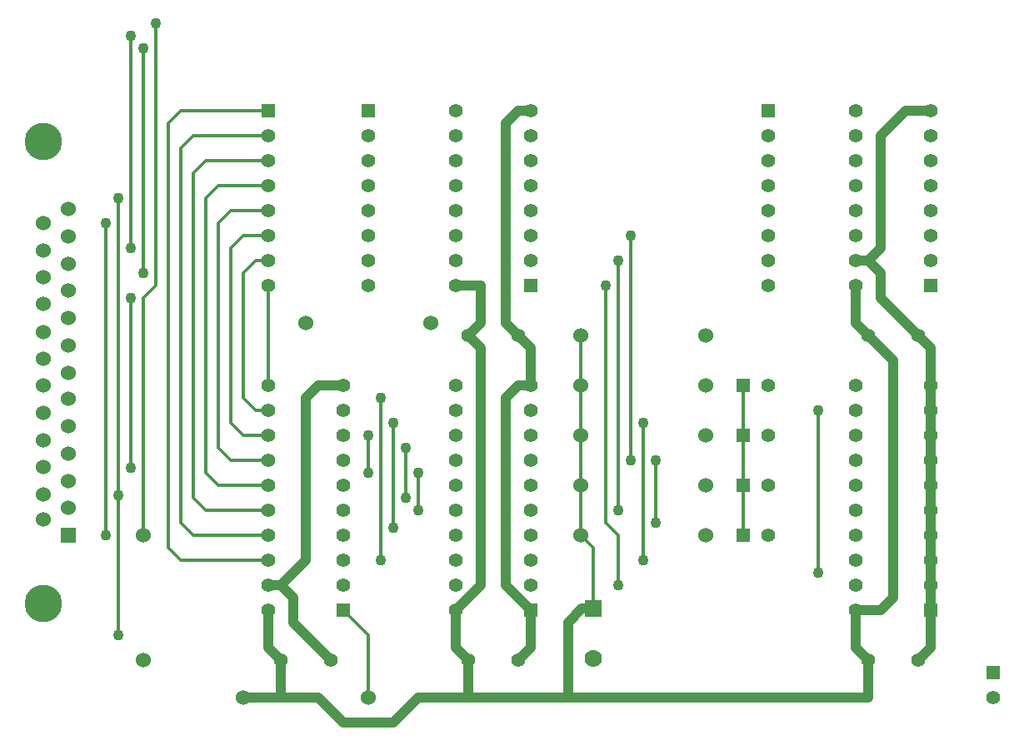
<source format=gbr>
G04 #@! TF.FileFunction,Copper,L1,Top,Signal*
%FSLAX46Y46*%
G04 Gerber Fmt 4.6, Leading zero omitted, Abs format (unit mm)*
G04 Created by KiCad (PCBNEW 4.0.5+dfsg1-4+deb9u1) date Sun Sep  4 20:05:42 2022*
%MOMM*%
%LPD*%
G01*
G04 APERTURE LIST*
%ADD10C,0.100000*%
%ADD11R,1.397000X1.397000*%
%ADD12C,1.397000*%
%ADD13C,1.524000*%
%ADD14C,3.810000*%
%ADD15R,1.524000X1.524000*%
%ADD16R,1.778000X1.778000*%
%ADD17C,1.778000*%
%ADD18C,1.099820*%
%ADD19C,0.350520*%
%ADD20C,1.000760*%
%ADD21C,0.299720*%
G04 APERTURE END LIST*
D10*
D11*
X198120000Y-130810000D03*
D12*
X198120000Y-133350000D03*
D11*
X175260000Y-73660000D03*
D12*
X175260000Y-76200000D03*
X175260000Y-78740000D03*
X175260000Y-81280000D03*
X175260000Y-83820000D03*
X175260000Y-86360000D03*
X175260000Y-88900000D03*
X175260000Y-91440000D03*
D11*
X134620000Y-73660000D03*
D12*
X134620000Y-76200000D03*
X134620000Y-78740000D03*
X134620000Y-81280000D03*
X134620000Y-83820000D03*
X134620000Y-86360000D03*
X134620000Y-88900000D03*
X134620000Y-91440000D03*
D11*
X124460000Y-73660000D03*
D12*
X124460000Y-76200000D03*
X124460000Y-78740000D03*
X124460000Y-81280000D03*
X124460000Y-83820000D03*
X124460000Y-86360000D03*
X124460000Y-88900000D03*
X124460000Y-91440000D03*
D11*
X172720000Y-101600000D03*
D12*
X175260000Y-101600000D03*
D11*
X172720000Y-106680000D03*
D12*
X175260000Y-106680000D03*
D11*
X172720000Y-111760000D03*
D12*
X175260000Y-111760000D03*
D11*
X172720000Y-116840000D03*
D12*
X175260000Y-116840000D03*
D13*
X156210000Y-96520000D03*
X168910000Y-96520000D03*
X121920000Y-133350000D03*
X134620000Y-133350000D03*
X111760000Y-129540000D03*
X111760000Y-116840000D03*
X156210000Y-101600000D03*
X168910000Y-101600000D03*
X156210000Y-106680000D03*
X168910000Y-106680000D03*
X156210000Y-116840000D03*
X168910000Y-116840000D03*
X156210000Y-111760000D03*
X168910000Y-111760000D03*
X140970000Y-95250000D03*
X128270000Y-95250000D03*
D14*
X101600000Y-76835000D03*
X101600000Y-123825000D03*
D15*
X104140000Y-116840000D03*
D13*
X104140000Y-114046000D03*
X104140000Y-111379000D03*
X104140000Y-108585000D03*
X104140000Y-105791000D03*
X104140000Y-102997000D03*
X104140000Y-100330000D03*
X104140000Y-97536000D03*
X104140000Y-94742000D03*
X104140000Y-91948000D03*
X104140000Y-89281000D03*
X104140000Y-86487000D03*
X104140000Y-83693000D03*
X101600000Y-115265200D03*
X101600000Y-112725200D03*
X101600000Y-109931200D03*
X101600000Y-107188000D03*
X101600000Y-104444800D03*
X101600000Y-101650800D03*
X101600000Y-98907600D03*
X101600000Y-96164400D03*
X101600000Y-93319600D03*
X101600000Y-90627200D03*
X101600000Y-87884000D03*
X101600000Y-85090000D03*
D16*
X157480000Y-124333000D03*
D17*
X157480000Y-129413000D03*
D12*
X185420000Y-129540000D03*
X190500000Y-129540000D03*
X144780000Y-129540000D03*
X149860000Y-129540000D03*
X144780000Y-96520000D03*
X149860000Y-96520000D03*
X125730000Y-129540000D03*
X130810000Y-129540000D03*
X185420000Y-96520000D03*
X190500000Y-96520000D03*
D11*
X151130000Y-124460000D03*
D12*
X151130000Y-121920000D03*
X151130000Y-119380000D03*
X151130000Y-116840000D03*
X151130000Y-114300000D03*
X151130000Y-111760000D03*
X151130000Y-109220000D03*
X151130000Y-106680000D03*
X151130000Y-104140000D03*
X151130000Y-101600000D03*
X143510000Y-101600000D03*
X143510000Y-104140000D03*
X143510000Y-106680000D03*
X143510000Y-109220000D03*
X143510000Y-111760000D03*
X143510000Y-114300000D03*
X143510000Y-116840000D03*
X143510000Y-119380000D03*
X143510000Y-121920000D03*
X143510000Y-124460000D03*
D11*
X132080000Y-124460000D03*
D12*
X132080000Y-121920000D03*
X132080000Y-119380000D03*
X132080000Y-116840000D03*
X132080000Y-114300000D03*
X132080000Y-111760000D03*
X132080000Y-109220000D03*
X132080000Y-106680000D03*
X132080000Y-104140000D03*
X132080000Y-101600000D03*
X124460000Y-101600000D03*
X124460000Y-104140000D03*
X124460000Y-106680000D03*
X124460000Y-109220000D03*
X124460000Y-111760000D03*
X124460000Y-114300000D03*
X124460000Y-116840000D03*
X124460000Y-119380000D03*
X124460000Y-121920000D03*
X124460000Y-124460000D03*
D11*
X191770000Y-124460000D03*
D12*
X191770000Y-121920000D03*
X191770000Y-119380000D03*
X191770000Y-116840000D03*
X191770000Y-114300000D03*
X191770000Y-111760000D03*
X191770000Y-109220000D03*
X191770000Y-106680000D03*
X191770000Y-104140000D03*
X191770000Y-101600000D03*
X184150000Y-101600000D03*
X184150000Y-104140000D03*
X184150000Y-106680000D03*
X184150000Y-109220000D03*
X184150000Y-111760000D03*
X184150000Y-114300000D03*
X184150000Y-116840000D03*
X184150000Y-119380000D03*
X184150000Y-121920000D03*
X184150000Y-124460000D03*
D11*
X191770000Y-91440000D03*
D12*
X191770000Y-88900000D03*
X191770000Y-86360000D03*
X191770000Y-83820000D03*
X191770000Y-81280000D03*
X191770000Y-78740000D03*
X191770000Y-76200000D03*
X191770000Y-73660000D03*
X184150000Y-73660000D03*
X184150000Y-76200000D03*
X184150000Y-78740000D03*
X184150000Y-81280000D03*
X184150000Y-83820000D03*
X184150000Y-86360000D03*
X184150000Y-88900000D03*
X184150000Y-91440000D03*
D11*
X151130000Y-91440000D03*
D12*
X151130000Y-88900000D03*
X151130000Y-86360000D03*
X151130000Y-83820000D03*
X151130000Y-81280000D03*
X151130000Y-78740000D03*
X151130000Y-76200000D03*
X151130000Y-73660000D03*
X143510000Y-73660000D03*
X143510000Y-76200000D03*
X143510000Y-78740000D03*
X143510000Y-81280000D03*
X143510000Y-83820000D03*
X143510000Y-86360000D03*
X143510000Y-88900000D03*
X143510000Y-91440000D03*
D18*
X113030000Y-64770000D03*
X110490000Y-109982000D03*
X110490000Y-92710000D03*
X107950000Y-85090000D03*
X107950000Y-116840000D03*
X111760000Y-90170000D03*
X111760000Y-67310000D03*
X110490000Y-87630000D03*
X110490000Y-66040000D03*
X109220000Y-82550000D03*
X109220000Y-112776000D03*
X109220000Y-127000000D03*
X158750000Y-91440000D03*
X160020000Y-121920000D03*
X160020000Y-114300000D03*
X160020000Y-88900000D03*
X161290000Y-86360000D03*
X161290000Y-109220000D03*
X139700000Y-110490000D03*
X139700000Y-114300000D03*
X138430000Y-107950000D03*
X138430000Y-113030000D03*
X162560000Y-105410000D03*
X162560000Y-119380000D03*
X134620000Y-106680000D03*
X134620000Y-110490000D03*
X163830000Y-109220000D03*
X163830000Y-115570000D03*
X137160000Y-105410000D03*
X137160000Y-116078000D03*
X135890000Y-119380000D03*
X135890000Y-102870000D03*
X180340000Y-120650000D03*
X180340000Y-104140000D03*
D19*
X124460000Y-101600000D02*
X124460000Y-91440000D01*
D20*
X191770000Y-97790000D02*
X186690000Y-92710000D01*
X186690000Y-92710000D02*
X186690000Y-90170000D01*
X186690000Y-90170000D02*
X185420000Y-88900000D01*
X191770000Y-124460000D02*
X191770000Y-97790000D01*
D19*
X172720000Y-101600000D02*
X172720000Y-116840000D01*
D20*
X125730000Y-121920000D02*
X127000000Y-123190000D01*
X127000000Y-123190000D02*
X127000000Y-125730000D01*
X127000000Y-125730000D02*
X130810000Y-129540000D01*
X151130000Y-128270000D02*
X151130000Y-124460000D01*
X149860000Y-129540000D02*
X151130000Y-128270000D01*
X191770000Y-128270000D02*
X191770000Y-124460000D01*
X190500000Y-129540000D02*
X191770000Y-128270000D01*
X149860000Y-73660000D02*
X148590000Y-74930000D01*
X148590000Y-74930000D02*
X148590000Y-95250000D01*
X148590000Y-95250000D02*
X151130000Y-97790000D01*
X151130000Y-97790000D02*
X151130000Y-101600000D01*
X151130000Y-73660000D02*
X149860000Y-73660000D01*
X128270000Y-119380000D02*
X128270000Y-102870000D01*
X128270000Y-102870000D02*
X129540000Y-101600000D01*
X129540000Y-101600000D02*
X132080000Y-101600000D01*
X125730000Y-121920000D02*
X128270000Y-119380000D01*
X124460000Y-121920000D02*
X125730000Y-121920000D01*
X149860000Y-101600000D02*
X151130000Y-101600000D01*
X148590000Y-102870000D02*
X149860000Y-101600000D01*
X148590000Y-121920000D02*
X148590000Y-102870000D01*
X151130000Y-124460000D02*
X148590000Y-121920000D01*
X186690000Y-87630000D02*
X186690000Y-76200000D01*
X186690000Y-76200000D02*
X189230000Y-73660000D01*
X189230000Y-73660000D02*
X191770000Y-73660000D01*
X185420000Y-88900000D02*
X186690000Y-87630000D01*
X184150000Y-88900000D02*
X185420000Y-88900000D01*
X186690000Y-124460000D02*
X187960000Y-123190000D01*
X187960000Y-123190000D02*
X187960000Y-99060000D01*
X187960000Y-99060000D02*
X185420000Y-96520000D01*
X184150000Y-124460000D02*
X186690000Y-124460000D01*
X143510000Y-124460000D02*
X143510000Y-128270000D01*
D21*
X156210000Y-101600000D02*
X156210000Y-116840000D01*
D20*
X184150000Y-95250000D02*
X185420000Y-96520000D01*
X184150000Y-91440000D02*
X184150000Y-95250000D01*
D21*
X157480000Y-118110000D02*
X156210000Y-116840000D01*
X157480000Y-124333000D02*
X157480000Y-118110000D01*
D20*
X143510000Y-128270000D02*
X144780000Y-129540000D01*
X184150000Y-128270000D02*
X184150000Y-124460000D01*
X185420000Y-129540000D02*
X184150000Y-128270000D01*
X146050000Y-121920000D02*
X143510000Y-124460000D01*
X146050000Y-97790000D02*
X146050000Y-121920000D01*
X144780000Y-96520000D02*
X146050000Y-97790000D01*
X146050000Y-91440000D02*
X146050000Y-95250000D01*
X146050000Y-95250000D02*
X144780000Y-96520000D01*
X146050000Y-91440000D02*
X143510000Y-91440000D01*
D21*
X156210000Y-100330000D02*
X156210000Y-101600000D01*
X156210000Y-96520000D02*
X156210000Y-100330000D01*
D20*
X125730000Y-133350000D02*
X121920000Y-133350000D01*
X125730000Y-129540000D02*
X125730000Y-133350000D01*
X124460000Y-128270000D02*
X125730000Y-129540000D01*
X124460000Y-124460000D02*
X124460000Y-128270000D01*
X184150000Y-133350000D02*
X185420000Y-133350000D01*
X154940000Y-133350000D02*
X184150000Y-133350000D01*
X185420000Y-133350000D02*
X185420000Y-129540000D01*
X144780000Y-133350000D02*
X154940000Y-133350000D01*
X139700000Y-133350000D02*
X144780000Y-133350000D01*
X137160000Y-135890000D02*
X139700000Y-133350000D01*
X132080000Y-135890000D02*
X137160000Y-135890000D01*
X129540000Y-133350000D02*
X132080000Y-135890000D01*
X125730000Y-133350000D02*
X129540000Y-133350000D01*
X156337000Y-124333000D02*
X154940000Y-125730000D01*
X154940000Y-125730000D02*
X154940000Y-133350000D01*
X157480000Y-124333000D02*
X156337000Y-124333000D01*
X144780000Y-129540000D02*
X144780000Y-133350000D01*
D19*
X134620000Y-133350000D02*
X134620000Y-127000000D01*
X134620000Y-127000000D02*
X132080000Y-124460000D01*
X111760000Y-92710000D02*
X113030000Y-91440000D01*
X113030000Y-91440000D02*
X113030000Y-64770000D01*
X111760000Y-116840000D02*
X111760000Y-92710000D01*
X110490000Y-109982000D02*
X110490000Y-92710000D01*
X107950000Y-85090000D02*
X107950000Y-116840000D01*
X111760000Y-90170000D02*
X111760000Y-67310000D01*
X110490000Y-87630000D02*
X110490000Y-66040000D01*
X109220000Y-82550000D02*
X109220000Y-112776000D01*
X109220000Y-127000000D02*
X109220000Y-112776000D01*
X158750000Y-91440000D02*
X158750000Y-115570000D01*
X158750000Y-115570000D02*
X160020000Y-116840000D01*
X160020000Y-116840000D02*
X160020000Y-121920000D01*
X115570000Y-119380000D02*
X124460000Y-119380000D01*
X114300000Y-118110000D02*
X115570000Y-119380000D01*
X114300000Y-116840000D02*
X114300000Y-118110000D01*
X114300000Y-74930000D02*
X114300000Y-116840000D01*
X124460000Y-73660000D02*
X115570000Y-73660000D01*
X115570000Y-73660000D02*
X114300000Y-74930000D01*
X116840000Y-76200000D02*
X124460000Y-76200000D01*
X115570000Y-77470000D02*
X116840000Y-76200000D01*
X115570000Y-115570000D02*
X115570000Y-77470000D01*
X116840000Y-116840000D02*
X115570000Y-115570000D01*
X124460000Y-116840000D02*
X116840000Y-116840000D01*
X160020000Y-88900000D02*
X160020000Y-114300000D01*
X161290000Y-86360000D02*
X161290000Y-109220000D01*
X139700000Y-114300000D02*
X139700000Y-110490000D01*
X118110000Y-78740000D02*
X116840000Y-80010000D01*
X116840000Y-80010000D02*
X116840000Y-113030000D01*
X116840000Y-113030000D02*
X118110000Y-114300000D01*
X118110000Y-114300000D02*
X124460000Y-114300000D01*
X124460000Y-78740000D02*
X118110000Y-78740000D01*
X118110000Y-110490000D02*
X118110000Y-82550000D01*
X118110000Y-82550000D02*
X119380000Y-81280000D01*
X119380000Y-81280000D02*
X124460000Y-81280000D01*
X124460000Y-111760000D02*
X119380000Y-111760000D01*
X119380000Y-111760000D02*
X118110000Y-110490000D01*
X138430000Y-113030000D02*
X138430000Y-107950000D01*
X162560000Y-105410000D02*
X162560000Y-119380000D01*
X124460000Y-83820000D02*
X120650000Y-83820000D01*
X120650000Y-109220000D02*
X124460000Y-109220000D01*
X134620000Y-110490000D02*
X134620000Y-106680000D01*
X120650000Y-83820000D02*
X119380000Y-85090000D01*
X119380000Y-85090000D02*
X119380000Y-107950000D01*
X119380000Y-107950000D02*
X120650000Y-109220000D01*
X124460000Y-86360000D02*
X121920000Y-86360000D01*
X120650000Y-87630000D02*
X120650000Y-105410000D01*
X121920000Y-86360000D02*
X120650000Y-87630000D01*
X120650000Y-105410000D02*
X121920000Y-106680000D01*
X121920000Y-106680000D02*
X124460000Y-106680000D01*
D21*
X163830000Y-115570000D02*
X163830000Y-109220000D01*
D19*
X124460000Y-104140000D02*
X123190000Y-104140000D01*
X137160000Y-105410000D02*
X137160000Y-116078000D01*
X123190000Y-104140000D02*
X121920000Y-102870000D01*
X121920000Y-102870000D02*
X121920000Y-90170000D01*
X121920000Y-90170000D02*
X123190000Y-88900000D01*
X123190000Y-88900000D02*
X124460000Y-88900000D01*
X135890000Y-102870000D02*
X135890000Y-119380000D01*
X180340000Y-120650000D02*
X180340000Y-104140000D01*
M02*

</source>
